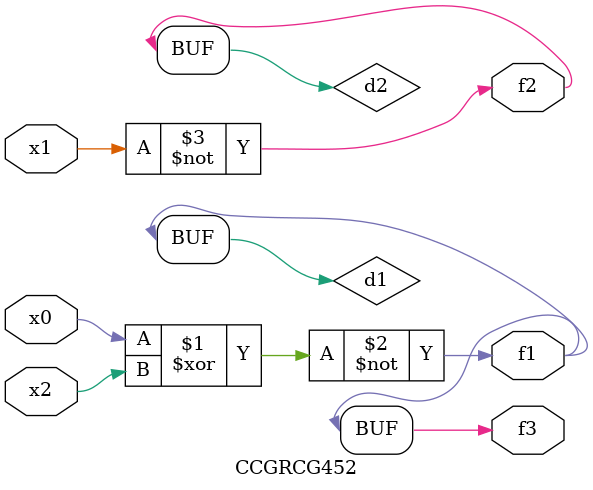
<source format=v>
module CCGRCG452(
	input x0, x1, x2,
	output f1, f2, f3
);

	wire d1, d2, d3;

	xnor (d1, x0, x2);
	nand (d2, x1);
	nor (d3, x1, x2);
	assign f1 = d1;
	assign f2 = d2;
	assign f3 = d1;
endmodule

</source>
